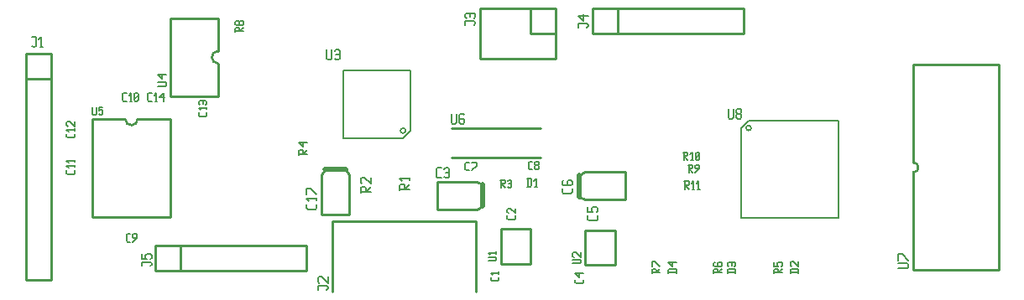
<source format=gbr>
G04 start of page 8 for group -4079 idx -4079 *
G04 Title: (unknown), topsilk *
G04 Creator: pcb 1.99y *
G04 CreationDate: Mon 27 Apr 2009 03:53:18 PM GMT UTC *
G04 For: jean *
G04 Format: Gerber/RS-274X *
G04 PCB-Dimensions: 600000 500000 *
G04 PCB-Coordinate-Origin: lower left *
%MOIN*%
%FSLAX25Y25*%
%LNFRONTSILK*%
%ADD11C,0.0200*%
%ADD13C,0.0100*%
%ADD49C,0.0080*%
G54D13*X231500Y401600D02*Y387700D01*
X243300D01*
Y401600D01*
X231500D01*
X197900Y402200D02*Y388300D01*
X209700D01*
Y402200D01*
X197900D01*
X178263Y442306D02*X213697D01*
X178262Y430495D02*X213696D01*
X85700Y467900D02*Y454900D01*
Y485900D02*Y472900D01*
X66700Y454900D02*X85700D01*
X66700Y485900D02*Y454900D01*
Y485900D02*X85700D01*
Y472900D02*G75*G03X85700Y467900I0J-2500D01*G01*
G54D49*X135221Y438321D02*X159079D01*
X135221Y465079D02*Y438321D01*
Y465079D02*X161979D01*
Y441221D01*
X159079Y438321D01*
X160079Y441221D02*G75*G03X160079Y441221I-1000J0D01*G01*
G54D13*X188400Y409900D02*X190800Y411100D01*
X172600Y409900D02*X188400D01*
X172600Y420900D02*Y409900D01*
Y420900D02*X188400D01*
X190800Y419700D02*X188400Y420900D01*
G54D11*X190800Y419700D02*Y411100D01*
G54D13*X361700Y424600D02*Y385700D01*
Y467600D02*Y428600D01*
Y467600D02*X395700D01*
Y385700D01*
X361700D02*X395700D01*
X361700Y424600D02*G75*G03X361700Y428600I0J2000D01*G01*
G54D49*X296315Y445185D02*X331985D01*
Y406615D01*
X293415D02*X331985D01*
X293415Y442285D02*Y406615D01*
Y442285D02*X296315Y445185D01*
X295315Y442285D02*G75*G03X295315Y442285I1000J0D01*G01*
G54D13*X53700Y445900D02*X66700D01*
X35700D02*X48700D01*
X66700D02*Y406900D01*
X35700D02*X66700D01*
X35700Y445900D02*Y406900D01*
X48700Y445900D02*G75*G03X53700Y445900I2500J0D01*G01*
G54D11*X127900Y426000D02*X136500D01*
G54D13*X127900D02*X126700Y423600D01*
Y407800D01*
X137700D01*
Y423600D02*Y407800D01*
Y423600D02*X136500Y426000D01*
X9200Y471900D02*Y381900D01*
X19200D01*
Y471900D02*Y381900D01*
X9200Y471900D02*X19200D01*
X9200Y461900D02*X19200D01*
Y471900D02*Y461900D01*
X187971Y405199D02*Y377199D01*
X130971Y405199D02*X187971D01*
X130971Y377199D02*Y405199D01*
X60700Y385400D02*X120700D01*
Y395400D02*Y385400D01*
X60700Y395400D02*X120700D01*
X60700D02*Y385400D01*
X70700Y395400D02*Y385400D01*
X60700Y395400D02*X70700D01*
X234200Y479900D02*X294200D01*
Y489900D02*Y479900D01*
X234200Y489900D02*X294200D01*
X234200D02*Y479900D01*
X244200Y489900D02*Y479900D01*
X234200Y489900D02*X244200D01*
X189800Y490000D02*X219800D01*
X189800D02*Y470000D01*
X219800D01*
Y490000D02*Y470000D01*
X209800Y490000D02*Y480000D01*
X219800D01*
X231400Y424700D02*X229000Y423500D01*
X247200Y424700D02*X231400D01*
X247200Y413700D02*Y424700D01*
X231400Y413700D02*X247200D01*
X229000Y414900D02*X231400Y413700D01*
G54D11*X229000Y423500D02*Y414900D01*
G54D49*X282480Y385960D02*Y384400D01*
Y385960D02*X282870Y386350D01*
X283650D01*
X284040Y385960D02*X283650Y386350D01*
X284040Y385960D02*Y384790D01*
X282480D02*X285600D01*
X284040D02*X285600Y386350D01*
X282480Y388456D02*X282870Y388846D01*
X282480Y388456D02*Y387676D01*
X282870Y387286D02*X282480Y387676D01*
X282870Y387286D02*X285210D01*
X285600Y387676D01*
X284040Y388456D02*X284430Y388846D01*
X284040Y388456D02*Y387286D01*
X285600Y388456D02*Y387676D01*
Y388456D02*X285210Y388846D01*
X284430D02*X285210D01*
X257980Y385960D02*Y384400D01*
Y385960D02*X258370Y386350D01*
X259150D01*
X259540Y385960D02*X259150Y386350D01*
X259540Y385960D02*Y384790D01*
X257980D02*X261100D01*
X259540D02*X261100Y386350D01*
Y387286D02*X259150Y389236D01*
X257980D02*X259150D01*
X257980D02*Y387286D01*
X264480Y384790D02*X267600D01*
X264480Y385960D02*X264870Y386350D01*
X267210D01*
X267600Y385960D02*X267210Y386350D01*
X267600Y385960D02*Y384400D01*
X264480Y385960D02*Y384400D01*
X266040Y387286D02*X264480Y388846D01*
X266040Y389236D02*Y387286D01*
X264480Y388846D02*X267600D01*
X306480Y385960D02*Y384400D01*
Y385960D02*X306870Y386350D01*
X307650D01*
X308040Y385960D02*X307650Y386350D01*
X308040Y385960D02*Y384790D01*
X306480D02*X309600D01*
X308040D02*X309600Y386350D01*
X306480Y388846D02*Y387286D01*
X308040D01*
X307650Y387676D01*
Y388456D02*Y387676D01*
Y388456D02*X308040Y388846D01*
X309210D01*
X309600Y388456D02*X309210Y388846D01*
X309600Y388456D02*Y387676D01*
X309210Y387286D02*X309600Y387676D01*
X312980Y384790D02*X316100D01*
X312980Y385960D02*X313370Y386350D01*
X315710D01*
X316100Y385960D02*X315710Y386350D01*
X316100Y385960D02*Y384400D01*
X312980Y385960D02*Y384400D01*
X313370Y387286D02*X312980Y387676D01*
Y388846D02*Y387676D01*
Y388846D02*X313370Y389236D01*
X314150D01*
X316100Y387286D02*X314150Y389236D01*
X316100D02*Y387286D01*
X287980Y384790D02*X291100D01*
X287980Y385960D02*X288370Y386350D01*
X290710D01*
X291100Y385960D02*X290710Y386350D01*
X291100Y385960D02*Y384400D01*
X287980Y385960D02*Y384400D01*
X288370Y387286D02*X287980Y387676D01*
Y388456D02*Y387676D01*
Y388456D02*X288370Y388846D01*
X290710D01*
X291100Y388456D02*X290710Y388846D01*
X291100Y388456D02*Y387676D01*
X290710Y387286D02*X291100Y387676D01*
X289540Y388846D02*Y387676D01*
X288200Y449900D02*Y446400D01*
X288700Y445900D01*
X289700D01*
X290200Y446400D01*
Y449900D02*Y446400D01*
X291401D02*X291901Y445900D01*
X291401Y447400D02*Y446400D01*
Y447400D02*X291901Y447900D01*
X292901D01*
X293401Y447400D01*
Y446400D01*
X292901Y445900D02*X293401Y446400D01*
X291901Y445900D02*X292901D01*
X291401Y448400D02*X291901Y447900D01*
X291401Y449400D02*Y448400D01*
Y449400D02*X291901Y449900D01*
X292901D01*
X293401Y449400D01*
Y448400D01*
X292901Y447900D02*X293401Y448400D01*
X272200Y427620D02*X273760D01*
X274150Y427230D01*
Y426450D01*
X273760Y426060D02*X274150Y426450D01*
X272590Y426060D02*X273760D01*
X272590Y427620D02*Y424500D01*
Y426060D02*X274150Y424500D01*
X275086D02*X276646Y426060D01*
Y427230D02*Y426060D01*
X276256Y427620D02*X276646Y427230D01*
X275476Y427620D02*X276256D01*
X275086Y427230D02*X275476Y427620D01*
X275086Y427230D02*Y426450D01*
X275476Y426060D01*
X276646D01*
X270700Y421120D02*X272260D01*
X272650Y420730D01*
Y419950D01*
X272260Y419560D02*X272650Y419950D01*
X271090Y419560D02*X272260D01*
X271090Y421120D02*Y418000D01*
Y419560D02*X272650Y418000D01*
X273976D02*X274756D01*
X274366Y421120D02*Y418000D01*
X273586Y420340D02*X274366Y421120D01*
X276083Y418000D02*X276863D01*
X276473Y421120D02*Y418000D01*
X275693Y420340D02*X276473Y421120D01*
X270200Y432620D02*X271760D01*
X272150Y432230D01*
Y431450D01*
X271760Y431060D02*X272150Y431450D01*
X270590Y431060D02*X271760D01*
X270590Y432620D02*Y429500D01*
Y431060D02*X272150Y429500D01*
X273476D02*X274256D01*
X273866Y432620D02*Y429500D01*
X273086Y431840D02*X273866Y432620D01*
X275193Y429890D02*X275583Y429500D01*
X275193Y432230D02*Y429890D01*
Y432230D02*X275583Y432620D01*
X276363D01*
X276753Y432230D01*
Y429890D01*
X276363Y429500D02*X276753Y429890D01*
X275583Y429500D02*X276363D01*
X275193Y430280D02*X276753Y431840D01*
X178200Y447900D02*Y444400D01*
X178700Y443900D01*
X179700D01*
X180200Y444400D01*
Y447900D02*Y444400D01*
X182901Y447900D02*X183401Y447400D01*
X181901Y447900D02*X182901D01*
X181401Y447400D02*X181901Y447900D01*
X181401Y447400D02*Y444400D01*
X181901Y443900D01*
X182901Y445900D02*X183401Y445400D01*
X181401Y445900D02*X182901D01*
X181901Y443900D02*X182901D01*
X183401Y444400D01*
Y445400D02*Y444400D01*
X157700Y419400D02*Y417400D01*
Y419400D02*X158200Y419900D01*
X159200D01*
X159700Y419400D02*X159200Y419900D01*
X159700Y419400D02*Y417900D01*
X157700D02*X161700D01*
X159700D02*X161700Y419900D01*
Y422601D02*Y421601D01*
X157700Y422101D02*X161700D01*
X158700Y421101D02*X157700Y422101D01*
X172700Y422400D02*X174200D01*
X172200Y422900D02*X172700Y422400D01*
X172200Y425900D02*Y422900D01*
Y425900D02*X172700Y426400D01*
X174200D01*
X175401Y425900D02*X175901Y426400D01*
X176901D01*
X177401Y425900D01*
Y422900D01*
X176901Y422400D02*X177401Y422900D01*
X175901Y422400D02*X176901D01*
X175401Y422900D02*X175901Y422400D01*
Y424400D02*X177401D01*
X184190Y425400D02*X185360D01*
X183800Y425790D02*X184190Y425400D01*
X183800Y428130D02*Y425790D01*
Y428130D02*X184190Y428520D01*
X185360D01*
X186296Y425400D02*X188246Y427350D01*
Y428520D02*Y427350D01*
X186296Y428520D02*X188246D01*
X92480Y481960D02*Y480400D01*
Y481960D02*X92870Y482350D01*
X93650D01*
X94040Y481960D02*X93650Y482350D01*
X94040Y481960D02*Y480790D01*
X92480D02*X95600D01*
X94040D02*X95600Y482350D01*
X95210Y483286D02*X95600Y483676D01*
X94430Y483286D02*X95210D01*
X94430D02*X94040Y483676D01*
Y484456D02*Y483676D01*
Y484456D02*X94430Y484846D01*
X95210D01*
X95600Y484456D02*X95210Y484846D01*
X95600Y484456D02*Y483676D01*
X93650Y483286D02*X94040Y483676D01*
X92870Y483286D02*X93650D01*
X92870D02*X92480Y483676D01*
Y484456D02*Y483676D01*
Y484456D02*X92870Y484846D01*
X93650D01*
X94040Y484456D02*X93650Y484846D01*
X228600Y483800D02*Y482300D01*
Y483800D02*X232100D01*
X232600Y483300D02*X232100Y483800D01*
X232600Y483300D02*Y482800D01*
X232100Y482300D02*X232600Y482800D01*
X230600Y485001D02*X228600Y487001D01*
X230600Y487501D02*Y485001D01*
X228600Y487001D02*X232600D01*
X183800Y484800D02*Y483300D01*
Y484800D02*X187300D01*
X187800Y484300D02*X187300Y484800D01*
X187800Y484300D02*Y483800D01*
X187300Y483300D02*X187800Y483800D01*
X184300Y486001D02*X183800Y486501D01*
Y487501D02*Y486501D01*
Y487501D02*X184300Y488001D01*
X187300D01*
X187800Y487501D02*X187300Y488001D01*
X187800Y487501D02*Y486501D01*
X187300Y486001D02*X187800Y486501D01*
X185800Y488001D02*Y486501D01*
X128700Y473400D02*Y469900D01*
X129200Y469400D01*
X130200D01*
X130700Y469900D01*
Y473400D02*Y469900D01*
X131901Y472900D02*X132401Y473400D01*
X133401D01*
X133901Y472900D01*
Y469900D01*
X133401Y469400D02*X133901Y469900D01*
X132401Y469400D02*X133401D01*
X131901Y469900D02*X132401Y469400D01*
Y471400D02*X133901D01*
X226200Y418300D02*Y416800D01*
X225700Y416300D02*X226200Y416800D01*
X222700Y416300D02*X225700D01*
X222700D02*X222200Y416800D01*
Y418300D02*Y416800D01*
Y421001D02*X222700Y421501D01*
X222200Y421001D02*Y420001D01*
X222700Y419501D02*X222200Y420001D01*
X222700Y419501D02*X225700D01*
X226200Y420001D01*
X224200Y421001D02*X224700Y421501D01*
X224200Y421001D02*Y419501D01*
X226200Y421001D02*Y420001D01*
Y421001D02*X225700Y421501D01*
X224700D02*X225700D01*
X142200Y418400D02*Y416400D01*
Y418400D02*X142700Y418900D01*
X143700D01*
X144200Y418400D02*X143700Y418900D01*
X144200Y418400D02*Y416900D01*
X142200D02*X146200D01*
X144200D02*X146200Y418900D01*
X142700Y420101D02*X142200Y420601D01*
Y422101D02*Y420601D01*
Y422101D02*X142700Y422601D01*
X143700D01*
X146200Y420101D02*X143700Y422601D01*
X146200D02*Y420101D01*
X197700Y421620D02*X199260D01*
X199650Y421230D01*
Y420450D01*
X199260Y420060D02*X199650Y420450D01*
X198090Y420060D02*X199260D01*
X198090Y421620D02*Y418500D01*
Y420060D02*X199650Y418500D01*
X200586Y421230D02*X200976Y421620D01*
X201756D01*
X202146Y421230D01*
Y418890D01*
X201756Y418500D02*X202146Y418890D01*
X200976Y418500D02*X201756D01*
X200586Y418890D02*X200976Y418500D01*
Y420060D02*X202146D01*
X197100Y382960D02*Y381790D01*
X196710Y381400D02*X197100Y381790D01*
X194370Y381400D02*X196710D01*
X194370D02*X193980Y381790D01*
Y382960D02*Y381790D01*
X197100Y385066D02*Y384286D01*
X193980Y384676D02*X197100D01*
X194760Y383896D02*X193980Y384676D01*
X203600Y407460D02*Y406290D01*
X203210Y405900D02*X203600Y406290D01*
X200870Y405900D02*X203210D01*
X200870D02*X200480Y406290D01*
Y407460D02*Y406290D01*
X200870Y408396D02*X200480Y408786D01*
Y409956D02*Y408786D01*
Y409956D02*X200870Y410346D01*
X201650D01*
X203600Y408396D02*X201650Y410346D01*
X203600D02*Y408396D01*
X192980Y389400D02*X195710D01*
X196100Y389790D01*
Y390570D02*Y389790D01*
Y390570D02*X195710Y390960D01*
X192980D02*X195710D01*
X196100Y393066D02*Y392286D01*
X192980Y392676D02*X196100D01*
X193760Y391896D02*X192980Y392676D01*
X226480Y388400D02*X229210D01*
X229600Y388790D01*
Y389570D02*Y388790D01*
Y389570D02*X229210Y389960D01*
X226480D02*X229210D01*
X226870Y390896D02*X226480Y391286D01*
Y392456D02*Y391286D01*
Y392456D02*X226870Y392846D01*
X227650D01*
X229600Y390896D02*X227650Y392846D01*
X229600D02*Y390896D01*
X230600Y381960D02*Y380790D01*
X230210Y380400D02*X230600Y380790D01*
X227870Y380400D02*X230210D01*
X227870D02*X227480Y380790D01*
Y381960D02*Y380790D01*
X229040Y382896D02*X227480Y384456D01*
X229040Y384846D02*Y382896D01*
X227480Y384456D02*X230600D01*
X208590Y422120D02*Y419000D01*
X209760Y422120D02*X210150Y421730D01*
Y419390D01*
X209760Y419000D02*X210150Y419390D01*
X208200Y419000D02*X209760D01*
X208200Y422120D02*X209760D01*
X211476Y419000D02*X212256D01*
X211866Y422120D02*Y419000D01*
X211086Y421340D02*X211866Y422120D01*
X209290Y425800D02*X210460D01*
X208900Y426190D02*X209290Y425800D01*
X208900Y428530D02*Y426190D01*
Y428530D02*X209290Y428920D01*
X210460D01*
X211396Y426190D02*X211786Y425800D01*
X211396Y426970D02*Y426190D01*
Y426970D02*X211786Y427360D01*
X212566D01*
X212956Y426970D01*
Y426190D01*
X212566Y425800D02*X212956Y426190D01*
X211786Y425800D02*X212566D01*
X211396Y427750D02*X211786Y427360D01*
X211396Y428530D02*Y427750D01*
Y428530D02*X211786Y428920D01*
X212566D01*
X212956Y428530D01*
Y427750D01*
X212566Y427360D02*X212956Y427750D01*
X236400Y407500D02*Y406000D01*
X235900Y405500D02*X236400Y406000D01*
X232900Y405500D02*X235900D01*
X232900D02*X232400Y406000D01*
Y407500D02*Y406000D01*
Y410701D02*Y408701D01*
X234400D01*
X233900Y409201D01*
Y410201D02*Y409201D01*
Y410201D02*X234400Y410701D01*
X235900D01*
X236400Y410201D02*X235900Y410701D01*
X236400Y410201D02*Y409201D01*
X235900Y408701D02*X236400Y409201D01*
X28600Y425460D02*Y424290D01*
X28210Y423900D02*X28600Y424290D01*
X25870Y423900D02*X28210D01*
X25870D02*X25480Y424290D01*
Y425460D02*Y424290D01*
X28600Y427566D02*Y426786D01*
X25480Y427176D02*X28600D01*
X26260Y426396D02*X25480Y427176D01*
X28600Y429673D02*Y428893D01*
X25480Y429283D02*X28600D01*
X26260Y428503D02*X25480Y429283D01*
X28600Y439960D02*Y438790D01*
X28210Y438400D02*X28600Y438790D01*
X25870Y438400D02*X28210D01*
X25870D02*X25480Y438790D01*
Y439960D02*Y438790D01*
X28600Y442066D02*Y441286D01*
X25480Y441676D02*X28600D01*
X26260Y440896D02*X25480Y441676D01*
X25870Y443003D02*X25480Y443393D01*
Y444563D02*Y443393D01*
Y444563D02*X25870Y444953D01*
X26650D01*
X28600Y443003D02*X26650Y444953D01*
X28600D02*Y443003D01*
X35700Y450620D02*Y447890D01*
X36090Y447500D01*
X36870D01*
X37260Y447890D01*
Y450620D02*Y447890D01*
X38196Y450620D02*X39756D01*
X38196D02*Y449060D01*
X38586Y449450D01*
X39366D01*
X39756Y449060D01*
Y447890D01*
X39366Y447500D02*X39756Y447890D01*
X38586Y447500D02*X39366D01*
X38196Y447890D02*X38586Y447500D01*
X49590Y397000D02*X50760D01*
X49200Y397390D02*X49590Y397000D01*
X49200Y399730D02*Y397390D01*
Y399730D02*X49590Y400120D01*
X50760D01*
X51696Y397000D02*X53256Y398560D01*
Y399730D02*Y398560D01*
X52866Y400120D02*X53256Y399730D01*
X52086Y400120D02*X52866D01*
X51696Y399730D02*X52086Y400120D01*
X51696Y399730D02*Y398950D01*
X52086Y398560D01*
X53256D01*
X117590Y433180D02*Y431400D01*
Y433180D02*X118035Y433625D01*
X118925D01*
X119370Y433180D02*X118925Y433625D01*
X119370Y433180D02*Y431845D01*
X117590D02*X121150D01*
X119370D02*X121150Y433625D01*
X119370Y434693D02*X117590Y436473D01*
X119370Y436918D02*Y434693D01*
X117590Y436473D02*X121150D01*
X125200Y379400D02*Y377900D01*
Y379400D02*X128700D01*
X129200Y378900D02*X128700Y379400D01*
X129200Y378900D02*Y378400D01*
X128700Y377900D02*X129200Y378400D01*
X125700Y380601D02*X125200Y381101D01*
Y382601D02*Y381101D01*
Y382601D02*X125700Y383101D01*
X126700D01*
X129200Y380601D02*X126700Y383101D01*
X129200D02*Y380601D01*
X124700Y411900D02*Y410400D01*
X124200Y409900D02*X124700Y410400D01*
X121200Y409900D02*X124200D01*
X121200D02*X120700Y410400D01*
Y411900D02*Y410400D01*
X124700Y414601D02*Y413601D01*
X120700Y414101D02*X124700D01*
X121700Y413101D02*X120700Y414101D01*
X124700Y415802D02*X122200Y418302D01*
X120700D02*X122200D01*
X120700D02*Y415802D01*
X55200Y388900D02*Y387400D01*
Y388900D02*X58700D01*
X59200Y388400D02*X58700Y388900D01*
X59200Y388400D02*Y387900D01*
X58700Y387400D02*X59200Y387900D01*
X55200Y392101D02*Y390101D01*
X57200D01*
X56700Y390601D01*
Y391601D02*Y390601D01*
Y391601D02*X57200Y392101D01*
X58700D01*
X59200Y391601D02*X58700Y392101D01*
X59200Y391601D02*Y390601D01*
X58700Y390101D02*X59200Y390601D01*
X48090Y453000D02*X49260D01*
X47700Y453390D02*X48090Y453000D01*
X47700Y455730D02*Y453390D01*
Y455730D02*X48090Y456120D01*
X49260D01*
X50586Y453000D02*X51366D01*
X50976Y456120D02*Y453000D01*
X50196Y455340D02*X50976Y456120D01*
X52303Y453390D02*X52693Y453000D01*
X52303Y455730D02*Y453390D01*
Y455730D02*X52693Y456120D01*
X53473D01*
X53863Y455730D01*
Y453390D01*
X53473Y453000D02*X53863Y453390D01*
X52693Y453000D02*X53473D01*
X52303Y453780D02*X53863Y455340D01*
X58090Y453000D02*X59260D01*
X57700Y453390D02*X58090Y453000D01*
X57700Y455730D02*Y453390D01*
Y455730D02*X58090Y456120D01*
X59260D01*
X60586Y453000D02*X61366D01*
X60976Y456120D02*Y453000D01*
X60196Y455340D02*X60976Y456120D01*
X62303Y454560D02*X63863Y456120D01*
X62303Y454560D02*X64253D01*
X63863Y456120D02*Y453000D01*
X81100Y448460D02*Y447290D01*
X80710Y446900D02*X81100Y447290D01*
X78370Y446900D02*X80710D01*
X78370D02*X77980Y447290D01*
Y448460D02*Y447290D01*
X81100Y450566D02*Y449786D01*
X77980Y450176D02*X81100D01*
X78760Y449396D02*X77980Y450176D01*
X78370Y451503D02*X77980Y451893D01*
Y452673D02*Y451893D01*
Y452673D02*X78370Y453063D01*
X80710D01*
X81100Y452673D02*X80710Y453063D01*
X81100Y452673D02*Y451893D01*
X80710Y451503D02*X81100Y451893D01*
X79540Y453063D02*Y451893D01*
X61590Y458900D02*X64705D01*
X65150Y459345D01*
Y460235D02*Y459345D01*
Y460235D02*X64705Y460680D01*
X61590D02*X64705D01*
X63370Y461748D02*X61590Y463528D01*
X63370Y463973D02*Y461748D01*
X61590Y463528D02*X65150D01*
X11700Y478400D02*X13200D01*
Y474900D01*
X12700Y474400D02*X13200Y474900D01*
X12200Y474400D02*X12700D01*
X11700Y474900D02*X12200Y474400D01*
X14901D02*X15901D01*
X15401Y478400D02*Y474400D01*
X14401Y477400D02*X15401Y478400D01*
X355700Y386400D02*X359200D01*
X359700Y386900D01*
Y387900D02*Y386900D01*
Y387900D02*X359200Y388400D01*
X355700D02*X359200D01*
X359700Y389601D02*X357200Y392101D01*
X355700D02*X357200D01*
X355700D02*Y389601D01*
M02*

</source>
